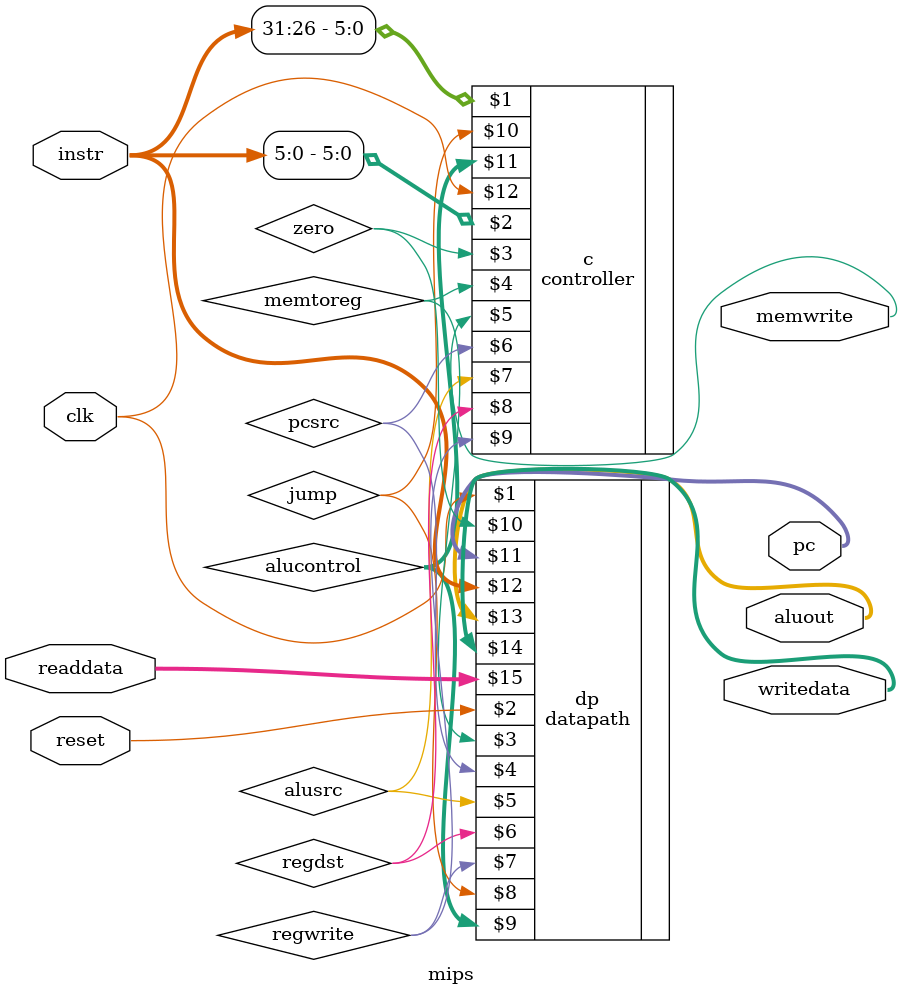
<source format=sv>
`include "controller.sv"
`include "datapath.sv"

`ifndef MIPS
`define MIPS

module mips (
    input logic clk,
    reset,
    output logic [31:0] pc,
    input logic [31:0] instr,
    output logic memwrite,
    output logic [31:0] aluout,
    writedata,
    input logic [31:0] readdata
);
  logic memtoreg, alusrc, regdst, regwrite, jump, pcsrc, zero;
  logic [2:0] alucontrol;
  controller c (
      instr[31:26],
      instr[5:0],
      zero,
      memtoreg,
      memwrite,
      pcsrc,
      alusrc,
      regdst,
      regwrite,
      jump,
      alucontrol,
      clk
  );
  datapath dp (
      clk,
      reset,
      memtoreg,
      pcsrc,
      alusrc,
      regdst,
      regwrite,
      jump,
      alucontrol,
      zero,
      pc,
      instr,
      aluout,
      writedata,
      readdata
  );
endmodule


`endif

</source>
